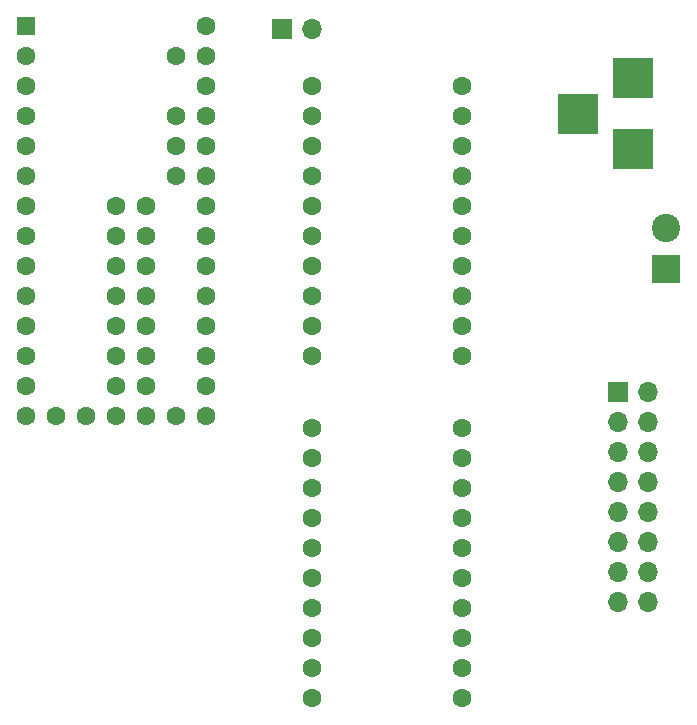
<source format=gbs>
G04 #@! TF.FileFunction,Soldermask,Bot*
%FSLAX46Y46*%
G04 Gerber Fmt 4.6, Leading zero omitted, Abs format (unit mm)*
G04 Created by KiCad (PCBNEW 4.0.5) date Friday, 02 June 2017 'AMt' 04:11:03*
%MOMM*%
%LPD*%
G01*
G04 APERTURE LIST*
%ADD10C,0.100000*%
%ADD11R,1.700000X1.700000*%
%ADD12O,1.700000X1.700000*%
%ADD13C,1.600000*%
%ADD14R,1.600000X1.600000*%
%ADD15R,3.500000X3.500000*%
%ADD16C,2.400000*%
%ADD17R,2.400000X2.400000*%
G04 APERTURE END LIST*
D10*
D11*
X132080000Y-78740000D03*
D12*
X134620000Y-78740000D03*
D11*
X160528000Y-109474000D03*
D12*
X163068000Y-109474000D03*
X160528000Y-112014000D03*
X163068000Y-112014000D03*
X160528000Y-114554000D03*
X163068000Y-114554000D03*
X160528000Y-117094000D03*
X163068000Y-117094000D03*
X160528000Y-119634000D03*
X163068000Y-119634000D03*
X160528000Y-122174000D03*
X163068000Y-122174000D03*
X160528000Y-124714000D03*
X163068000Y-124714000D03*
X160528000Y-127254000D03*
X163068000Y-127254000D03*
D13*
X118000000Y-111510000D03*
X120540000Y-111510000D03*
X123080000Y-111510000D03*
X125620000Y-111510000D03*
X115460000Y-111510000D03*
X112920000Y-111510000D03*
X110380000Y-111510000D03*
X125620000Y-108970000D03*
X125620000Y-106430000D03*
X125620000Y-103890000D03*
X125620000Y-101350000D03*
X125620000Y-98810000D03*
X125620000Y-96270000D03*
X125620000Y-93730000D03*
X125620000Y-91190000D03*
X125620000Y-88650000D03*
X125620000Y-86110000D03*
X125620000Y-83570000D03*
X125620000Y-81030000D03*
X125620000Y-78490000D03*
X123080000Y-81030000D03*
X123080000Y-86110000D03*
X123080000Y-88650000D03*
X123080000Y-91190000D03*
X110380000Y-108970000D03*
X110380000Y-106430000D03*
X110380000Y-103890000D03*
X110380000Y-101350000D03*
X110380000Y-98810000D03*
X110380000Y-96270000D03*
X110380000Y-93730000D03*
X110380000Y-91190000D03*
X110380000Y-88650000D03*
X110380000Y-86110000D03*
X110380000Y-83570000D03*
X110380000Y-81030000D03*
D14*
X110380000Y-78490000D03*
D13*
X118000000Y-93730000D03*
X118000000Y-96270000D03*
X118000000Y-98810000D03*
X118000000Y-101350000D03*
X118000000Y-103890000D03*
X118000000Y-106430000D03*
X118000000Y-108970000D03*
X120540000Y-108970000D03*
X120540000Y-106430000D03*
X120540000Y-103890000D03*
X120540000Y-101350000D03*
X120540000Y-98810000D03*
X120540000Y-96270000D03*
X120540000Y-93730000D03*
X147320000Y-112522000D03*
X147320000Y-115062000D03*
X147320000Y-117602000D03*
X147320000Y-120142000D03*
X147320000Y-122682000D03*
X147320000Y-125222000D03*
X147320000Y-127762000D03*
X147320000Y-130302000D03*
X147320000Y-132842000D03*
X147320000Y-135382000D03*
X134620000Y-112522000D03*
X134620000Y-115062000D03*
X134620000Y-117602000D03*
X134620000Y-120142000D03*
X134620000Y-122682000D03*
X134620000Y-125222000D03*
X134620000Y-127762000D03*
X134620000Y-130302000D03*
X134620000Y-132842000D03*
X134620000Y-135382000D03*
X147320000Y-83566000D03*
X147320000Y-86106000D03*
X147320000Y-88646000D03*
X147320000Y-91186000D03*
X147320000Y-93726000D03*
X147320000Y-96266000D03*
X147320000Y-98806000D03*
X147320000Y-101346000D03*
X147320000Y-103886000D03*
X147320000Y-106426000D03*
X134620000Y-83566000D03*
X134620000Y-86106000D03*
X134620000Y-88646000D03*
X134620000Y-91186000D03*
X134620000Y-93726000D03*
X134620000Y-96266000D03*
X134620000Y-98806000D03*
X134620000Y-101346000D03*
X134620000Y-103886000D03*
X134620000Y-106426000D03*
D15*
X161798000Y-88900000D03*
X161798000Y-82900000D03*
X157098000Y-85900000D03*
D16*
X164592000Y-95560000D03*
D17*
X164592000Y-99060000D03*
M02*

</source>
